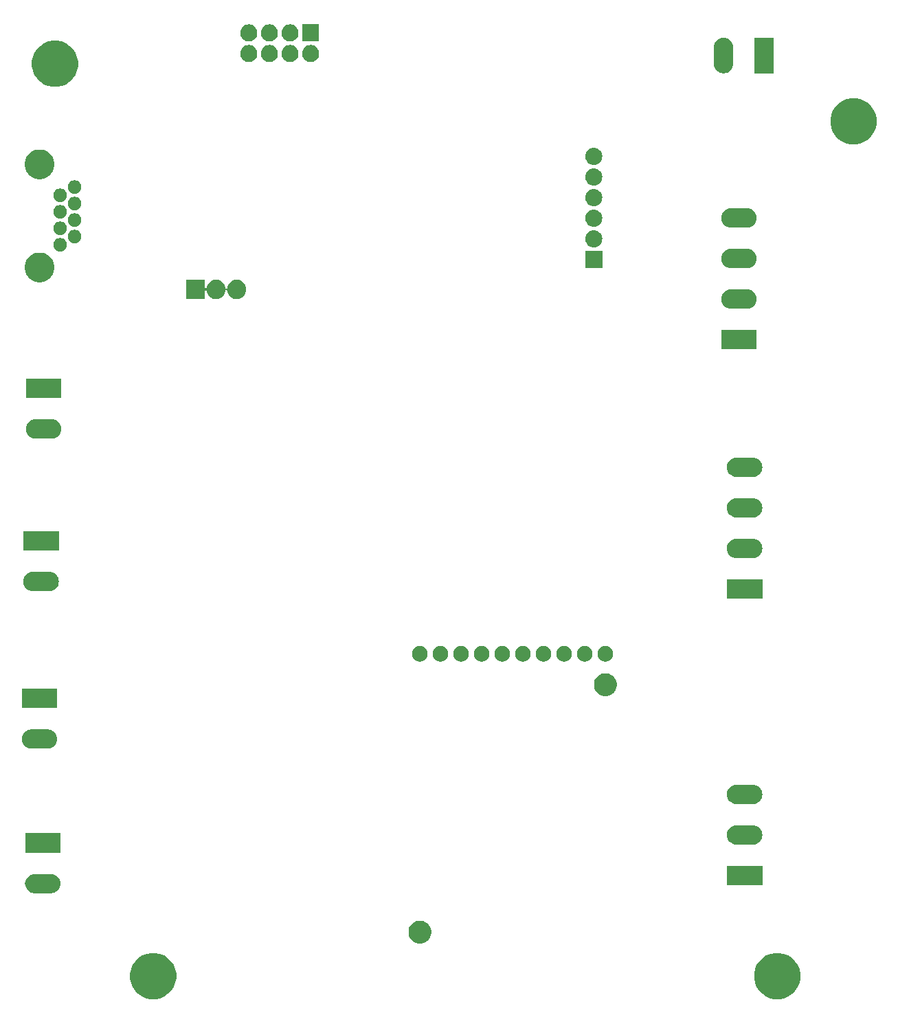
<source format=gbs>
G04 #@! TF.GenerationSoftware,KiCad,Pcbnew,5.0.1-33cea8e~66~ubuntu18.04.1*
G04 #@! TF.CreationDate,2018-10-17T12:33:42-04:00*
G04 #@! TF.ProjectId,BackPanel,4261636B50616E656C2E6B696361645F,rev?*
G04 #@! TF.SameCoordinates,Original*
G04 #@! TF.FileFunction,Soldermask,Bot*
G04 #@! TF.FilePolarity,Negative*
%FSLAX46Y46*%
G04 Gerber Fmt 4.6, Leading zero omitted, Abs format (unit mm)*
G04 Created by KiCad (PCBNEW 5.0.1-33cea8e~66~ubuntu18.04.1) date Wed 17 Oct 2018 12:33:42 PM EDT*
%MOMM*%
%LPD*%
G01*
G04 APERTURE LIST*
%ADD10C,0.100000*%
G04 APERTURE END LIST*
D10*
G36*
X187231312Y-144959523D02*
X187749982Y-145174363D01*
X188216772Y-145486262D01*
X188613738Y-145883228D01*
X188925637Y-146350018D01*
X189140477Y-146868688D01*
X189250000Y-147419298D01*
X189250000Y-147980702D01*
X189140477Y-148531312D01*
X188925637Y-149049982D01*
X188613738Y-149516772D01*
X188216772Y-149913738D01*
X187749982Y-150225637D01*
X187231312Y-150440477D01*
X186680702Y-150550000D01*
X186119298Y-150550000D01*
X185568688Y-150440477D01*
X185050018Y-150225637D01*
X184583228Y-149913738D01*
X184186262Y-149516772D01*
X183874363Y-149049982D01*
X183659523Y-148531312D01*
X183550000Y-147980702D01*
X183550000Y-147419298D01*
X183659523Y-146868688D01*
X183874363Y-146350018D01*
X184186262Y-145883228D01*
X184583228Y-145486262D01*
X185050018Y-145174363D01*
X185568688Y-144959523D01*
X186119298Y-144850000D01*
X186680702Y-144850000D01*
X187231312Y-144959523D01*
X187231312Y-144959523D01*
G37*
G36*
X110331312Y-144959523D02*
X110849982Y-145174363D01*
X111316772Y-145486262D01*
X111713738Y-145883228D01*
X112025637Y-146350018D01*
X112240477Y-146868688D01*
X112350000Y-147419298D01*
X112350000Y-147980702D01*
X112240477Y-148531312D01*
X112025637Y-149049982D01*
X111713738Y-149516772D01*
X111316772Y-149913738D01*
X110849982Y-150225637D01*
X110331312Y-150440477D01*
X109780702Y-150550000D01*
X109219298Y-150550000D01*
X108668688Y-150440477D01*
X108150018Y-150225637D01*
X107683228Y-149913738D01*
X107286262Y-149516772D01*
X106974363Y-149049982D01*
X106759523Y-148531312D01*
X106650000Y-147980702D01*
X106650000Y-147419298D01*
X106759523Y-146868688D01*
X106974363Y-146350018D01*
X107286262Y-145883228D01*
X107683228Y-145486262D01*
X108150018Y-145174363D01*
X108668688Y-144959523D01*
X109219298Y-144850000D01*
X109780702Y-144850000D01*
X110331312Y-144959523D01*
X110331312Y-144959523D01*
G37*
G36*
X142617221Y-140895120D02*
X142780261Y-140927551D01*
X143036227Y-141033576D01*
X143036228Y-141033577D01*
X143266594Y-141187502D01*
X143462498Y-141383406D01*
X143462500Y-141383409D01*
X143616424Y-141613773D01*
X143722449Y-141869739D01*
X143776500Y-142141472D01*
X143776500Y-142418528D01*
X143722449Y-142690261D01*
X143616424Y-142946227D01*
X143616423Y-142946228D01*
X143462498Y-143176594D01*
X143266594Y-143372498D01*
X143266591Y-143372500D01*
X143036227Y-143526424D01*
X142780261Y-143632449D01*
X142617221Y-143664880D01*
X142508530Y-143686500D01*
X142231470Y-143686500D01*
X142122779Y-143664880D01*
X141959739Y-143632449D01*
X141703773Y-143526424D01*
X141473409Y-143372500D01*
X141473406Y-143372498D01*
X141277502Y-143176594D01*
X141123577Y-142946228D01*
X141123576Y-142946227D01*
X141017551Y-142690261D01*
X140963500Y-142418528D01*
X140963500Y-142141472D01*
X141017551Y-141869739D01*
X141123576Y-141613773D01*
X141277500Y-141383409D01*
X141277502Y-141383406D01*
X141473406Y-141187502D01*
X141703772Y-141033577D01*
X141703773Y-141033576D01*
X141959739Y-140927551D01*
X142122779Y-140895120D01*
X142231470Y-140873500D01*
X142508530Y-140873500D01*
X142617221Y-140895120D01*
X142617221Y-140895120D01*
G37*
G36*
X96983418Y-135113444D02*
X97123281Y-135127219D01*
X97347596Y-135195265D01*
X97554327Y-135305764D01*
X97735528Y-135454472D01*
X97884236Y-135635673D01*
X97994735Y-135842404D01*
X98062781Y-136066719D01*
X98085757Y-136300000D01*
X98062781Y-136533281D01*
X97994735Y-136757596D01*
X97884236Y-136964327D01*
X97735528Y-137145528D01*
X97554327Y-137294236D01*
X97347596Y-137404735D01*
X97123281Y-137472781D01*
X96983418Y-137486556D01*
X96948453Y-137490000D01*
X94851547Y-137490000D01*
X94816582Y-137486556D01*
X94676719Y-137472781D01*
X94452404Y-137404735D01*
X94245673Y-137294236D01*
X94064472Y-137145528D01*
X93915764Y-136964327D01*
X93805265Y-136757596D01*
X93737219Y-136533281D01*
X93714243Y-136300000D01*
X93737219Y-136066719D01*
X93805265Y-135842404D01*
X93915764Y-135635673D01*
X94064472Y-135454472D01*
X94245673Y-135305764D01*
X94452404Y-135195265D01*
X94676719Y-135127219D01*
X94816582Y-135113444D01*
X94851547Y-135110000D01*
X96948453Y-135110000D01*
X96983418Y-135113444D01*
X96983418Y-135113444D01*
G37*
G36*
X184580000Y-136490000D02*
X180220000Y-136490000D01*
X180220000Y-134110000D01*
X184580000Y-134110000D01*
X184580000Y-136490000D01*
X184580000Y-136490000D01*
G37*
G36*
X98080000Y-132490000D02*
X93720000Y-132490000D01*
X93720000Y-130110000D01*
X98080000Y-130110000D01*
X98080000Y-132490000D01*
X98080000Y-132490000D01*
G37*
G36*
X183483418Y-129113444D02*
X183623281Y-129127219D01*
X183847596Y-129195265D01*
X184054327Y-129305764D01*
X184235528Y-129454472D01*
X184384236Y-129635673D01*
X184494735Y-129842404D01*
X184562781Y-130066719D01*
X184585757Y-130300000D01*
X184562781Y-130533281D01*
X184494735Y-130757596D01*
X184384236Y-130964327D01*
X184235528Y-131145528D01*
X184054327Y-131294236D01*
X183847596Y-131404735D01*
X183623281Y-131472781D01*
X183483418Y-131486556D01*
X183448453Y-131490000D01*
X181351547Y-131490000D01*
X181316582Y-131486556D01*
X181176719Y-131472781D01*
X180952404Y-131404735D01*
X180745673Y-131294236D01*
X180564472Y-131145528D01*
X180415764Y-130964327D01*
X180305265Y-130757596D01*
X180237219Y-130533281D01*
X180214243Y-130300000D01*
X180237219Y-130066719D01*
X180305265Y-129842404D01*
X180415764Y-129635673D01*
X180564472Y-129454472D01*
X180745673Y-129305764D01*
X180952404Y-129195265D01*
X181176719Y-129127219D01*
X181316582Y-129113444D01*
X181351547Y-129110000D01*
X183448453Y-129110000D01*
X183483418Y-129113444D01*
X183483418Y-129113444D01*
G37*
G36*
X183483418Y-124113444D02*
X183623281Y-124127219D01*
X183847596Y-124195265D01*
X184054327Y-124305764D01*
X184235528Y-124454472D01*
X184384236Y-124635673D01*
X184494735Y-124842404D01*
X184562781Y-125066719D01*
X184585757Y-125300000D01*
X184562781Y-125533281D01*
X184494735Y-125757596D01*
X184384236Y-125964327D01*
X184235528Y-126145528D01*
X184054327Y-126294236D01*
X183847596Y-126404735D01*
X183623281Y-126472781D01*
X183483418Y-126486556D01*
X183448453Y-126490000D01*
X181351547Y-126490000D01*
X181316582Y-126486556D01*
X181176719Y-126472781D01*
X180952404Y-126404735D01*
X180745673Y-126294236D01*
X180564472Y-126145528D01*
X180415764Y-125964327D01*
X180305265Y-125757596D01*
X180237219Y-125533281D01*
X180214243Y-125300000D01*
X180237219Y-125066719D01*
X180305265Y-124842404D01*
X180415764Y-124635673D01*
X180564472Y-124454472D01*
X180745673Y-124305764D01*
X180952404Y-124195265D01*
X181176719Y-124127219D01*
X181316582Y-124113444D01*
X181351547Y-124110000D01*
X183448453Y-124110000D01*
X183483418Y-124113444D01*
X183483418Y-124113444D01*
G37*
G36*
X96583418Y-117313444D02*
X96723281Y-117327219D01*
X96947596Y-117395265D01*
X97154327Y-117505764D01*
X97335528Y-117654472D01*
X97484236Y-117835673D01*
X97594735Y-118042404D01*
X97662781Y-118266719D01*
X97685757Y-118500000D01*
X97662781Y-118733281D01*
X97594735Y-118957596D01*
X97484236Y-119164327D01*
X97335528Y-119345528D01*
X97154327Y-119494236D01*
X96947596Y-119604735D01*
X96723281Y-119672781D01*
X96583418Y-119686556D01*
X96548453Y-119690000D01*
X94451547Y-119690000D01*
X94416582Y-119686556D01*
X94276719Y-119672781D01*
X94052404Y-119604735D01*
X93845673Y-119494236D01*
X93664472Y-119345528D01*
X93515764Y-119164327D01*
X93405265Y-118957596D01*
X93337219Y-118733281D01*
X93314243Y-118500000D01*
X93337219Y-118266719D01*
X93405265Y-118042404D01*
X93515764Y-117835673D01*
X93664472Y-117654472D01*
X93845673Y-117505764D01*
X94052404Y-117395265D01*
X94276719Y-117327219D01*
X94416582Y-117313444D01*
X94451547Y-117310000D01*
X96548453Y-117310000D01*
X96583418Y-117313444D01*
X96583418Y-117313444D01*
G37*
G36*
X97680000Y-114690000D02*
X93320000Y-114690000D01*
X93320000Y-112310000D01*
X97680000Y-112310000D01*
X97680000Y-114690000D01*
X97680000Y-114690000D01*
G37*
G36*
X165477221Y-110415120D02*
X165640261Y-110447551D01*
X165896227Y-110553576D01*
X165896228Y-110553577D01*
X166126594Y-110707502D01*
X166322498Y-110903406D01*
X166322500Y-110903409D01*
X166476424Y-111133773D01*
X166582449Y-111389739D01*
X166636500Y-111661472D01*
X166636500Y-111938528D01*
X166582449Y-112210261D01*
X166476424Y-112466227D01*
X166476423Y-112466228D01*
X166322498Y-112696594D01*
X166126594Y-112892498D01*
X166126591Y-112892500D01*
X165896227Y-113046424D01*
X165640261Y-113152449D01*
X165477221Y-113184880D01*
X165368530Y-113206500D01*
X165091470Y-113206500D01*
X164982779Y-113184880D01*
X164819739Y-113152449D01*
X164563773Y-113046424D01*
X164333409Y-112892500D01*
X164333406Y-112892498D01*
X164137502Y-112696594D01*
X163983577Y-112466228D01*
X163983576Y-112466227D01*
X163877551Y-112210261D01*
X163823500Y-111938528D01*
X163823500Y-111661472D01*
X163877551Y-111389739D01*
X163983576Y-111133773D01*
X164137500Y-110903409D01*
X164137502Y-110903406D01*
X164333406Y-110707502D01*
X164563772Y-110553577D01*
X164563773Y-110553576D01*
X164819739Y-110447551D01*
X164982779Y-110415120D01*
X165091470Y-110393500D01*
X165368530Y-110393500D01*
X165477221Y-110415120D01*
X165477221Y-110415120D01*
G37*
G36*
X157890603Y-107064968D02*
X157890606Y-107064969D01*
X157890605Y-107064969D01*
X158065678Y-107137486D01*
X158065679Y-107137487D01*
X158223241Y-107242767D01*
X158357233Y-107376759D01*
X158357234Y-107376761D01*
X158462514Y-107534322D01*
X158518603Y-107669734D01*
X158535032Y-107709397D01*
X158572000Y-107895250D01*
X158572000Y-108084750D01*
X158535032Y-108270603D01*
X158535031Y-108270605D01*
X158462514Y-108445678D01*
X158462513Y-108445679D01*
X158357233Y-108603241D01*
X158223241Y-108737233D01*
X158143923Y-108790232D01*
X158065678Y-108842514D01*
X157930266Y-108898603D01*
X157890603Y-108915032D01*
X157704750Y-108952000D01*
X157515250Y-108952000D01*
X157329397Y-108915032D01*
X157289734Y-108898603D01*
X157154322Y-108842514D01*
X157076077Y-108790232D01*
X156996759Y-108737233D01*
X156862767Y-108603241D01*
X156757487Y-108445679D01*
X156757486Y-108445678D01*
X156684969Y-108270605D01*
X156684968Y-108270603D01*
X156648000Y-108084750D01*
X156648000Y-107895250D01*
X156684968Y-107709397D01*
X156701397Y-107669734D01*
X156757486Y-107534322D01*
X156862766Y-107376761D01*
X156862767Y-107376759D01*
X156996759Y-107242767D01*
X157154321Y-107137487D01*
X157154322Y-107137486D01*
X157329395Y-107064969D01*
X157329394Y-107064969D01*
X157329397Y-107064968D01*
X157515250Y-107028000D01*
X157704750Y-107028000D01*
X157890603Y-107064968D01*
X157890603Y-107064968D01*
G37*
G36*
X160430603Y-107064968D02*
X160430606Y-107064969D01*
X160430605Y-107064969D01*
X160605678Y-107137486D01*
X160605679Y-107137487D01*
X160763241Y-107242767D01*
X160897233Y-107376759D01*
X160897234Y-107376761D01*
X161002514Y-107534322D01*
X161058603Y-107669734D01*
X161075032Y-107709397D01*
X161112000Y-107895250D01*
X161112000Y-108084750D01*
X161075032Y-108270603D01*
X161075031Y-108270605D01*
X161002514Y-108445678D01*
X161002513Y-108445679D01*
X160897233Y-108603241D01*
X160763241Y-108737233D01*
X160683923Y-108790232D01*
X160605678Y-108842514D01*
X160470266Y-108898603D01*
X160430603Y-108915032D01*
X160244750Y-108952000D01*
X160055250Y-108952000D01*
X159869397Y-108915032D01*
X159829734Y-108898603D01*
X159694322Y-108842514D01*
X159616077Y-108790232D01*
X159536759Y-108737233D01*
X159402767Y-108603241D01*
X159297487Y-108445679D01*
X159297486Y-108445678D01*
X159224969Y-108270605D01*
X159224968Y-108270603D01*
X159188000Y-108084750D01*
X159188000Y-107895250D01*
X159224968Y-107709397D01*
X159241397Y-107669734D01*
X159297486Y-107534322D01*
X159402766Y-107376761D01*
X159402767Y-107376759D01*
X159536759Y-107242767D01*
X159694321Y-107137487D01*
X159694322Y-107137486D01*
X159869395Y-107064969D01*
X159869394Y-107064969D01*
X159869397Y-107064968D01*
X160055250Y-107028000D01*
X160244750Y-107028000D01*
X160430603Y-107064968D01*
X160430603Y-107064968D01*
G37*
G36*
X162970603Y-107064968D02*
X162970606Y-107064969D01*
X162970605Y-107064969D01*
X163145678Y-107137486D01*
X163145679Y-107137487D01*
X163303241Y-107242767D01*
X163437233Y-107376759D01*
X163437234Y-107376761D01*
X163542514Y-107534322D01*
X163598603Y-107669734D01*
X163615032Y-107709397D01*
X163652000Y-107895250D01*
X163652000Y-108084750D01*
X163615032Y-108270603D01*
X163615031Y-108270605D01*
X163542514Y-108445678D01*
X163542513Y-108445679D01*
X163437233Y-108603241D01*
X163303241Y-108737233D01*
X163223923Y-108790232D01*
X163145678Y-108842514D01*
X163010266Y-108898603D01*
X162970603Y-108915032D01*
X162784750Y-108952000D01*
X162595250Y-108952000D01*
X162409397Y-108915032D01*
X162369734Y-108898603D01*
X162234322Y-108842514D01*
X162156077Y-108790232D01*
X162076759Y-108737233D01*
X161942767Y-108603241D01*
X161837487Y-108445679D01*
X161837486Y-108445678D01*
X161764969Y-108270605D01*
X161764968Y-108270603D01*
X161728000Y-108084750D01*
X161728000Y-107895250D01*
X161764968Y-107709397D01*
X161781397Y-107669734D01*
X161837486Y-107534322D01*
X161942766Y-107376761D01*
X161942767Y-107376759D01*
X162076759Y-107242767D01*
X162234321Y-107137487D01*
X162234322Y-107137486D01*
X162409395Y-107064969D01*
X162409394Y-107064969D01*
X162409397Y-107064968D01*
X162595250Y-107028000D01*
X162784750Y-107028000D01*
X162970603Y-107064968D01*
X162970603Y-107064968D01*
G37*
G36*
X165510603Y-107064968D02*
X165510606Y-107064969D01*
X165510605Y-107064969D01*
X165685678Y-107137486D01*
X165685679Y-107137487D01*
X165843241Y-107242767D01*
X165977233Y-107376759D01*
X165977234Y-107376761D01*
X166082514Y-107534322D01*
X166138603Y-107669734D01*
X166155032Y-107709397D01*
X166192000Y-107895250D01*
X166192000Y-108084750D01*
X166155032Y-108270603D01*
X166155031Y-108270605D01*
X166082514Y-108445678D01*
X166082513Y-108445679D01*
X165977233Y-108603241D01*
X165843241Y-108737233D01*
X165763923Y-108790232D01*
X165685678Y-108842514D01*
X165550266Y-108898603D01*
X165510603Y-108915032D01*
X165324750Y-108952000D01*
X165135250Y-108952000D01*
X164949397Y-108915032D01*
X164909734Y-108898603D01*
X164774322Y-108842514D01*
X164696077Y-108790232D01*
X164616759Y-108737233D01*
X164482767Y-108603241D01*
X164377487Y-108445679D01*
X164377486Y-108445678D01*
X164304969Y-108270605D01*
X164304968Y-108270603D01*
X164268000Y-108084750D01*
X164268000Y-107895250D01*
X164304968Y-107709397D01*
X164321397Y-107669734D01*
X164377486Y-107534322D01*
X164482766Y-107376761D01*
X164482767Y-107376759D01*
X164616759Y-107242767D01*
X164774321Y-107137487D01*
X164774322Y-107137486D01*
X164949395Y-107064969D01*
X164949394Y-107064969D01*
X164949397Y-107064968D01*
X165135250Y-107028000D01*
X165324750Y-107028000D01*
X165510603Y-107064968D01*
X165510603Y-107064968D01*
G37*
G36*
X155350603Y-107064968D02*
X155350606Y-107064969D01*
X155350605Y-107064969D01*
X155525678Y-107137486D01*
X155525679Y-107137487D01*
X155683241Y-107242767D01*
X155817233Y-107376759D01*
X155817234Y-107376761D01*
X155922514Y-107534322D01*
X155978603Y-107669734D01*
X155995032Y-107709397D01*
X156032000Y-107895250D01*
X156032000Y-108084750D01*
X155995032Y-108270603D01*
X155995031Y-108270605D01*
X155922514Y-108445678D01*
X155922513Y-108445679D01*
X155817233Y-108603241D01*
X155683241Y-108737233D01*
X155603923Y-108790232D01*
X155525678Y-108842514D01*
X155390266Y-108898603D01*
X155350603Y-108915032D01*
X155164750Y-108952000D01*
X154975250Y-108952000D01*
X154789397Y-108915032D01*
X154749734Y-108898603D01*
X154614322Y-108842514D01*
X154536077Y-108790232D01*
X154456759Y-108737233D01*
X154322767Y-108603241D01*
X154217487Y-108445679D01*
X154217486Y-108445678D01*
X154144969Y-108270605D01*
X154144968Y-108270603D01*
X154108000Y-108084750D01*
X154108000Y-107895250D01*
X154144968Y-107709397D01*
X154161397Y-107669734D01*
X154217486Y-107534322D01*
X154322766Y-107376761D01*
X154322767Y-107376759D01*
X154456759Y-107242767D01*
X154614321Y-107137487D01*
X154614322Y-107137486D01*
X154789395Y-107064969D01*
X154789394Y-107064969D01*
X154789397Y-107064968D01*
X154975250Y-107028000D01*
X155164750Y-107028000D01*
X155350603Y-107064968D01*
X155350603Y-107064968D01*
G37*
G36*
X150270603Y-107064968D02*
X150270606Y-107064969D01*
X150270605Y-107064969D01*
X150445678Y-107137486D01*
X150445679Y-107137487D01*
X150603241Y-107242767D01*
X150737233Y-107376759D01*
X150737234Y-107376761D01*
X150842514Y-107534322D01*
X150898603Y-107669734D01*
X150915032Y-107709397D01*
X150952000Y-107895250D01*
X150952000Y-108084750D01*
X150915032Y-108270603D01*
X150915031Y-108270605D01*
X150842514Y-108445678D01*
X150842513Y-108445679D01*
X150737233Y-108603241D01*
X150603241Y-108737233D01*
X150523923Y-108790232D01*
X150445678Y-108842514D01*
X150310266Y-108898603D01*
X150270603Y-108915032D01*
X150084750Y-108952000D01*
X149895250Y-108952000D01*
X149709397Y-108915032D01*
X149669734Y-108898603D01*
X149534322Y-108842514D01*
X149456077Y-108790232D01*
X149376759Y-108737233D01*
X149242767Y-108603241D01*
X149137487Y-108445679D01*
X149137486Y-108445678D01*
X149064969Y-108270605D01*
X149064968Y-108270603D01*
X149028000Y-108084750D01*
X149028000Y-107895250D01*
X149064968Y-107709397D01*
X149081397Y-107669734D01*
X149137486Y-107534322D01*
X149242766Y-107376761D01*
X149242767Y-107376759D01*
X149376759Y-107242767D01*
X149534321Y-107137487D01*
X149534322Y-107137486D01*
X149709395Y-107064969D01*
X149709394Y-107064969D01*
X149709397Y-107064968D01*
X149895250Y-107028000D01*
X150084750Y-107028000D01*
X150270603Y-107064968D01*
X150270603Y-107064968D01*
G37*
G36*
X147730603Y-107064968D02*
X147730606Y-107064969D01*
X147730605Y-107064969D01*
X147905678Y-107137486D01*
X147905679Y-107137487D01*
X148063241Y-107242767D01*
X148197233Y-107376759D01*
X148197234Y-107376761D01*
X148302514Y-107534322D01*
X148358603Y-107669734D01*
X148375032Y-107709397D01*
X148412000Y-107895250D01*
X148412000Y-108084750D01*
X148375032Y-108270603D01*
X148375031Y-108270605D01*
X148302514Y-108445678D01*
X148302513Y-108445679D01*
X148197233Y-108603241D01*
X148063241Y-108737233D01*
X147983923Y-108790232D01*
X147905678Y-108842514D01*
X147770266Y-108898603D01*
X147730603Y-108915032D01*
X147544750Y-108952000D01*
X147355250Y-108952000D01*
X147169397Y-108915032D01*
X147129734Y-108898603D01*
X146994322Y-108842514D01*
X146916077Y-108790232D01*
X146836759Y-108737233D01*
X146702767Y-108603241D01*
X146597487Y-108445679D01*
X146597486Y-108445678D01*
X146524969Y-108270605D01*
X146524968Y-108270603D01*
X146488000Y-108084750D01*
X146488000Y-107895250D01*
X146524968Y-107709397D01*
X146541397Y-107669734D01*
X146597486Y-107534322D01*
X146702766Y-107376761D01*
X146702767Y-107376759D01*
X146836759Y-107242767D01*
X146994321Y-107137487D01*
X146994322Y-107137486D01*
X147169395Y-107064969D01*
X147169394Y-107064969D01*
X147169397Y-107064968D01*
X147355250Y-107028000D01*
X147544750Y-107028000D01*
X147730603Y-107064968D01*
X147730603Y-107064968D01*
G37*
G36*
X142650603Y-107064968D02*
X142650606Y-107064969D01*
X142650605Y-107064969D01*
X142825678Y-107137486D01*
X142825679Y-107137487D01*
X142983241Y-107242767D01*
X143117233Y-107376759D01*
X143117234Y-107376761D01*
X143222514Y-107534322D01*
X143278603Y-107669734D01*
X143295032Y-107709397D01*
X143332000Y-107895250D01*
X143332000Y-108084750D01*
X143295032Y-108270603D01*
X143295031Y-108270605D01*
X143222514Y-108445678D01*
X143222513Y-108445679D01*
X143117233Y-108603241D01*
X142983241Y-108737233D01*
X142903923Y-108790232D01*
X142825678Y-108842514D01*
X142690266Y-108898603D01*
X142650603Y-108915032D01*
X142464750Y-108952000D01*
X142275250Y-108952000D01*
X142089397Y-108915032D01*
X142049734Y-108898603D01*
X141914322Y-108842514D01*
X141836077Y-108790232D01*
X141756759Y-108737233D01*
X141622767Y-108603241D01*
X141517487Y-108445679D01*
X141517486Y-108445678D01*
X141444969Y-108270605D01*
X141444968Y-108270603D01*
X141408000Y-108084750D01*
X141408000Y-107895250D01*
X141444968Y-107709397D01*
X141461397Y-107669734D01*
X141517486Y-107534322D01*
X141622766Y-107376761D01*
X141622767Y-107376759D01*
X141756759Y-107242767D01*
X141914321Y-107137487D01*
X141914322Y-107137486D01*
X142089395Y-107064969D01*
X142089394Y-107064969D01*
X142089397Y-107064968D01*
X142275250Y-107028000D01*
X142464750Y-107028000D01*
X142650603Y-107064968D01*
X142650603Y-107064968D01*
G37*
G36*
X145190603Y-107064968D02*
X145190606Y-107064969D01*
X145190605Y-107064969D01*
X145365678Y-107137486D01*
X145365679Y-107137487D01*
X145523241Y-107242767D01*
X145657233Y-107376759D01*
X145657234Y-107376761D01*
X145762514Y-107534322D01*
X145818603Y-107669734D01*
X145835032Y-107709397D01*
X145872000Y-107895250D01*
X145872000Y-108084750D01*
X145835032Y-108270603D01*
X145835031Y-108270605D01*
X145762514Y-108445678D01*
X145762513Y-108445679D01*
X145657233Y-108603241D01*
X145523241Y-108737233D01*
X145443923Y-108790232D01*
X145365678Y-108842514D01*
X145230266Y-108898603D01*
X145190603Y-108915032D01*
X145004750Y-108952000D01*
X144815250Y-108952000D01*
X144629397Y-108915032D01*
X144589734Y-108898603D01*
X144454322Y-108842514D01*
X144376077Y-108790232D01*
X144296759Y-108737233D01*
X144162767Y-108603241D01*
X144057487Y-108445679D01*
X144057486Y-108445678D01*
X143984969Y-108270605D01*
X143984968Y-108270603D01*
X143948000Y-108084750D01*
X143948000Y-107895250D01*
X143984968Y-107709397D01*
X144001397Y-107669734D01*
X144057486Y-107534322D01*
X144162766Y-107376761D01*
X144162767Y-107376759D01*
X144296759Y-107242767D01*
X144454321Y-107137487D01*
X144454322Y-107137486D01*
X144629395Y-107064969D01*
X144629394Y-107064969D01*
X144629397Y-107064968D01*
X144815250Y-107028000D01*
X145004750Y-107028000D01*
X145190603Y-107064968D01*
X145190603Y-107064968D01*
G37*
G36*
X152810603Y-107064968D02*
X152810606Y-107064969D01*
X152810605Y-107064969D01*
X152985678Y-107137486D01*
X152985679Y-107137487D01*
X153143241Y-107242767D01*
X153277233Y-107376759D01*
X153277234Y-107376761D01*
X153382514Y-107534322D01*
X153438603Y-107669734D01*
X153455032Y-107709397D01*
X153492000Y-107895250D01*
X153492000Y-108084750D01*
X153455032Y-108270603D01*
X153455031Y-108270605D01*
X153382514Y-108445678D01*
X153382513Y-108445679D01*
X153277233Y-108603241D01*
X153143241Y-108737233D01*
X153063923Y-108790232D01*
X152985678Y-108842514D01*
X152850266Y-108898603D01*
X152810603Y-108915032D01*
X152624750Y-108952000D01*
X152435250Y-108952000D01*
X152249397Y-108915032D01*
X152209734Y-108898603D01*
X152074322Y-108842514D01*
X151996077Y-108790232D01*
X151916759Y-108737233D01*
X151782767Y-108603241D01*
X151677487Y-108445679D01*
X151677486Y-108445678D01*
X151604969Y-108270605D01*
X151604968Y-108270603D01*
X151568000Y-108084750D01*
X151568000Y-107895250D01*
X151604968Y-107709397D01*
X151621397Y-107669734D01*
X151677486Y-107534322D01*
X151782766Y-107376761D01*
X151782767Y-107376759D01*
X151916759Y-107242767D01*
X152074321Y-107137487D01*
X152074322Y-107137486D01*
X152249395Y-107064969D01*
X152249394Y-107064969D01*
X152249397Y-107064968D01*
X152435250Y-107028000D01*
X152624750Y-107028000D01*
X152810603Y-107064968D01*
X152810603Y-107064968D01*
G37*
G36*
X184580000Y-101190000D02*
X180220000Y-101190000D01*
X180220000Y-98810000D01*
X184580000Y-98810000D01*
X184580000Y-101190000D01*
X184580000Y-101190000D01*
G37*
G36*
X96783418Y-97913444D02*
X96923281Y-97927219D01*
X97147596Y-97995265D01*
X97354327Y-98105764D01*
X97535528Y-98254472D01*
X97684236Y-98435673D01*
X97794735Y-98642404D01*
X97862781Y-98866719D01*
X97885757Y-99100000D01*
X97862781Y-99333281D01*
X97794735Y-99557596D01*
X97684236Y-99764327D01*
X97535528Y-99945528D01*
X97354327Y-100094236D01*
X97147596Y-100204735D01*
X96923281Y-100272781D01*
X96783418Y-100286556D01*
X96748453Y-100290000D01*
X94651547Y-100290000D01*
X94616582Y-100286556D01*
X94476719Y-100272781D01*
X94252404Y-100204735D01*
X94045673Y-100094236D01*
X93864472Y-99945528D01*
X93715764Y-99764327D01*
X93605265Y-99557596D01*
X93537219Y-99333281D01*
X93514243Y-99100000D01*
X93537219Y-98866719D01*
X93605265Y-98642404D01*
X93715764Y-98435673D01*
X93864472Y-98254472D01*
X94045673Y-98105764D01*
X94252404Y-97995265D01*
X94476719Y-97927219D01*
X94616582Y-97913444D01*
X94651547Y-97910000D01*
X96748453Y-97910000D01*
X96783418Y-97913444D01*
X96783418Y-97913444D01*
G37*
G36*
X183483418Y-93813444D02*
X183623281Y-93827219D01*
X183847596Y-93895265D01*
X184054327Y-94005764D01*
X184235528Y-94154472D01*
X184384236Y-94335673D01*
X184494735Y-94542404D01*
X184562781Y-94766719D01*
X184585757Y-95000000D01*
X184562781Y-95233281D01*
X184494735Y-95457596D01*
X184384236Y-95664327D01*
X184235528Y-95845528D01*
X184054327Y-95994236D01*
X183847596Y-96104735D01*
X183623281Y-96172781D01*
X183483418Y-96186556D01*
X183448453Y-96190000D01*
X181351547Y-96190000D01*
X181316582Y-96186556D01*
X181176719Y-96172781D01*
X180952404Y-96104735D01*
X180745673Y-95994236D01*
X180564472Y-95845528D01*
X180415764Y-95664327D01*
X180305265Y-95457596D01*
X180237219Y-95233281D01*
X180214243Y-95000000D01*
X180237219Y-94766719D01*
X180305265Y-94542404D01*
X180415764Y-94335673D01*
X180564472Y-94154472D01*
X180745673Y-94005764D01*
X180952404Y-93895265D01*
X181176719Y-93827219D01*
X181316582Y-93813444D01*
X181351547Y-93810000D01*
X183448453Y-93810000D01*
X183483418Y-93813444D01*
X183483418Y-93813444D01*
G37*
G36*
X97880000Y-95290000D02*
X93520000Y-95290000D01*
X93520000Y-92910000D01*
X97880000Y-92910000D01*
X97880000Y-95290000D01*
X97880000Y-95290000D01*
G37*
G36*
X183483418Y-88813444D02*
X183623281Y-88827219D01*
X183847596Y-88895265D01*
X184054327Y-89005764D01*
X184235528Y-89154472D01*
X184384236Y-89335673D01*
X184494735Y-89542404D01*
X184562781Y-89766719D01*
X184585757Y-90000000D01*
X184562781Y-90233281D01*
X184494735Y-90457596D01*
X184384236Y-90664327D01*
X184235528Y-90845528D01*
X184054327Y-90994236D01*
X183847596Y-91104735D01*
X183623281Y-91172781D01*
X183483418Y-91186556D01*
X183448453Y-91190000D01*
X181351547Y-91190000D01*
X181316582Y-91186556D01*
X181176719Y-91172781D01*
X180952404Y-91104735D01*
X180745673Y-90994236D01*
X180564472Y-90845528D01*
X180415764Y-90664327D01*
X180305265Y-90457596D01*
X180237219Y-90233281D01*
X180214243Y-90000000D01*
X180237219Y-89766719D01*
X180305265Y-89542404D01*
X180415764Y-89335673D01*
X180564472Y-89154472D01*
X180745673Y-89005764D01*
X180952404Y-88895265D01*
X181176719Y-88827219D01*
X181316582Y-88813444D01*
X181351547Y-88810000D01*
X183448453Y-88810000D01*
X183483418Y-88813444D01*
X183483418Y-88813444D01*
G37*
G36*
X183483418Y-83813444D02*
X183623281Y-83827219D01*
X183847596Y-83895265D01*
X184054327Y-84005764D01*
X184235528Y-84154472D01*
X184384236Y-84335673D01*
X184494735Y-84542404D01*
X184562781Y-84766719D01*
X184585757Y-85000000D01*
X184562781Y-85233281D01*
X184494735Y-85457596D01*
X184384236Y-85664327D01*
X184235528Y-85845528D01*
X184054327Y-85994236D01*
X183847596Y-86104735D01*
X183623281Y-86172781D01*
X183483418Y-86186556D01*
X183448453Y-86190000D01*
X181351547Y-86190000D01*
X181316582Y-86186556D01*
X181176719Y-86172781D01*
X180952404Y-86104735D01*
X180745673Y-85994236D01*
X180564472Y-85845528D01*
X180415764Y-85664327D01*
X180305265Y-85457596D01*
X180237219Y-85233281D01*
X180214243Y-85000000D01*
X180237219Y-84766719D01*
X180305265Y-84542404D01*
X180415764Y-84335673D01*
X180564472Y-84154472D01*
X180745673Y-84005764D01*
X180952404Y-83895265D01*
X181176719Y-83827219D01*
X181316582Y-83813444D01*
X181351547Y-83810000D01*
X183448453Y-83810000D01*
X183483418Y-83813444D01*
X183483418Y-83813444D01*
G37*
G36*
X97083418Y-79113444D02*
X97223281Y-79127219D01*
X97447596Y-79195265D01*
X97654327Y-79305764D01*
X97835528Y-79454472D01*
X97984236Y-79635673D01*
X98094735Y-79842404D01*
X98162781Y-80066719D01*
X98185757Y-80300000D01*
X98162781Y-80533281D01*
X98094735Y-80757596D01*
X97984236Y-80964327D01*
X97835528Y-81145528D01*
X97654327Y-81294236D01*
X97447596Y-81404735D01*
X97223281Y-81472781D01*
X97083418Y-81486556D01*
X97048453Y-81490000D01*
X94951547Y-81490000D01*
X94916582Y-81486556D01*
X94776719Y-81472781D01*
X94552404Y-81404735D01*
X94345673Y-81294236D01*
X94164472Y-81145528D01*
X94015764Y-80964327D01*
X93905265Y-80757596D01*
X93837219Y-80533281D01*
X93814243Y-80300000D01*
X93837219Y-80066719D01*
X93905265Y-79842404D01*
X94015764Y-79635673D01*
X94164472Y-79454472D01*
X94345673Y-79305764D01*
X94552404Y-79195265D01*
X94776719Y-79127219D01*
X94916582Y-79113444D01*
X94951547Y-79110000D01*
X97048453Y-79110000D01*
X97083418Y-79113444D01*
X97083418Y-79113444D01*
G37*
G36*
X98180000Y-76490000D02*
X93820000Y-76490000D01*
X93820000Y-74110000D01*
X98180000Y-74110000D01*
X98180000Y-76490000D01*
X98180000Y-76490000D01*
G37*
G36*
X183880000Y-70490000D02*
X179520000Y-70490000D01*
X179520000Y-68110000D01*
X183880000Y-68110000D01*
X183880000Y-70490000D01*
X183880000Y-70490000D01*
G37*
G36*
X182783418Y-63113444D02*
X182923281Y-63127219D01*
X183147596Y-63195265D01*
X183354327Y-63305764D01*
X183535528Y-63454472D01*
X183684236Y-63635673D01*
X183794735Y-63842404D01*
X183862781Y-64066719D01*
X183885757Y-64300000D01*
X183862781Y-64533281D01*
X183794735Y-64757596D01*
X183684236Y-64964327D01*
X183535528Y-65145528D01*
X183354327Y-65294236D01*
X183147596Y-65404735D01*
X182923281Y-65472781D01*
X182783418Y-65486556D01*
X182748453Y-65490000D01*
X180651547Y-65490000D01*
X180616582Y-65486556D01*
X180476719Y-65472781D01*
X180252404Y-65404735D01*
X180045673Y-65294236D01*
X179864472Y-65145528D01*
X179715764Y-64964327D01*
X179605265Y-64757596D01*
X179537219Y-64533281D01*
X179514243Y-64300000D01*
X179537219Y-64066719D01*
X179605265Y-63842404D01*
X179715764Y-63635673D01*
X179864472Y-63454472D01*
X180045673Y-63305764D01*
X180252404Y-63195265D01*
X180476719Y-63127219D01*
X180616582Y-63113444D01*
X180651547Y-63110000D01*
X182748453Y-63110000D01*
X182783418Y-63113444D01*
X182783418Y-63113444D01*
G37*
G36*
X120005928Y-61916676D02*
X120114552Y-61949627D01*
X120223176Y-61982577D01*
X120400493Y-62077355D01*
X120423392Y-62089595D01*
X120481889Y-62137602D01*
X120598887Y-62233619D01*
X120742904Y-62409105D01*
X120849923Y-62609323D01*
X120915824Y-62826572D01*
X120932500Y-62995884D01*
X120932500Y-63204115D01*
X120927969Y-63250117D01*
X120915824Y-63373428D01*
X120891240Y-63454472D01*
X120849923Y-63590676D01*
X120755145Y-63767993D01*
X120742905Y-63790892D01*
X120742904Y-63790893D01*
X120598881Y-63966387D01*
X120423395Y-64110404D01*
X120223177Y-64217423D01*
X120114552Y-64250374D01*
X120005929Y-64283324D01*
X119780000Y-64305576D01*
X119554072Y-64283324D01*
X119445448Y-64250373D01*
X119336824Y-64217423D01*
X119136606Y-64110404D01*
X118961117Y-63966384D01*
X118817096Y-63790894D01*
X118817095Y-63790892D01*
X118734127Y-63635671D01*
X118710077Y-63590677D01*
X118644176Y-63373428D01*
X118634398Y-63274151D01*
X118629617Y-63250117D01*
X118620240Y-63227478D01*
X118606626Y-63207104D01*
X118589299Y-63189777D01*
X118568924Y-63176163D01*
X118546285Y-63166785D01*
X118522252Y-63162005D01*
X118497748Y-63162005D01*
X118473714Y-63166786D01*
X118451075Y-63176163D01*
X118430701Y-63189777D01*
X118413374Y-63207104D01*
X118399760Y-63227479D01*
X118390382Y-63250118D01*
X118385602Y-63274151D01*
X118375824Y-63373428D01*
X118351240Y-63454472D01*
X118309923Y-63590676D01*
X118215145Y-63767993D01*
X118202905Y-63790892D01*
X118202904Y-63790893D01*
X118058881Y-63966387D01*
X117883395Y-64110404D01*
X117683177Y-64217423D01*
X117574552Y-64250374D01*
X117465929Y-64283324D01*
X117240000Y-64305576D01*
X117014072Y-64283324D01*
X116905448Y-64250373D01*
X116796824Y-64217423D01*
X116596606Y-64110404D01*
X116421117Y-63966384D01*
X116277096Y-63790894D01*
X116277095Y-63790892D01*
X116194127Y-63635671D01*
X116170077Y-63590677D01*
X116104176Y-63373428D01*
X116101898Y-63350299D01*
X116097117Y-63326265D01*
X116087740Y-63303626D01*
X116074126Y-63283252D01*
X116056799Y-63265925D01*
X116036424Y-63252311D01*
X116013785Y-63242933D01*
X115989752Y-63238153D01*
X115965248Y-63238153D01*
X115941214Y-63242934D01*
X115918575Y-63252311D01*
X115898201Y-63265925D01*
X115880874Y-63283252D01*
X115867260Y-63303627D01*
X115857882Y-63326266D01*
X115852500Y-63362551D01*
X115852500Y-64300000D01*
X113547500Y-64300000D01*
X113547500Y-61900000D01*
X115852500Y-61900000D01*
X115852500Y-62837450D01*
X115854902Y-62861836D01*
X115862015Y-62885285D01*
X115873566Y-62906896D01*
X115889112Y-62925838D01*
X115908054Y-62941384D01*
X115929665Y-62952935D01*
X115953114Y-62960048D01*
X115977500Y-62962450D01*
X116001886Y-62960048D01*
X116025335Y-62952935D01*
X116046946Y-62941384D01*
X116065888Y-62925838D01*
X116081434Y-62906896D01*
X116092985Y-62885285D01*
X116101898Y-62849702D01*
X116104176Y-62826573D01*
X116104177Y-62826571D01*
X116170077Y-62609325D01*
X116170077Y-62609324D01*
X116277094Y-62409110D01*
X116277095Y-62409108D01*
X116325102Y-62350611D01*
X116421119Y-62233613D01*
X116596605Y-62089596D01*
X116796823Y-61982577D01*
X116905447Y-61949627D01*
X117014071Y-61916676D01*
X117240000Y-61894424D01*
X117465928Y-61916676D01*
X117574552Y-61949627D01*
X117683176Y-61982577D01*
X117860493Y-62077355D01*
X117883392Y-62089595D01*
X117941889Y-62137602D01*
X118058887Y-62233619D01*
X118202904Y-62409105D01*
X118309923Y-62609323D01*
X118375824Y-62826572D01*
X118385602Y-62925849D01*
X118390383Y-62949883D01*
X118399760Y-62972522D01*
X118413374Y-62992896D01*
X118430701Y-63010223D01*
X118451076Y-63023837D01*
X118473715Y-63033215D01*
X118497748Y-63037995D01*
X118522252Y-63037995D01*
X118546286Y-63033214D01*
X118568925Y-63023837D01*
X118589299Y-63010223D01*
X118606626Y-62992896D01*
X118620240Y-62972521D01*
X118629618Y-62949882D01*
X118634398Y-62925849D01*
X118644176Y-62826573D01*
X118644177Y-62826571D01*
X118710077Y-62609325D01*
X118710077Y-62609324D01*
X118817094Y-62409110D01*
X118817095Y-62409108D01*
X118865102Y-62350611D01*
X118961119Y-62233613D01*
X119136605Y-62089596D01*
X119336823Y-61982577D01*
X119445447Y-61949627D01*
X119554071Y-61916676D01*
X119780000Y-61894424D01*
X120005928Y-61916676D01*
X120005928Y-61916676D01*
G37*
G36*
X95856040Y-58610067D02*
X96032333Y-58645134D01*
X96364461Y-58782706D01*
X96453802Y-58842402D01*
X96663372Y-58982432D01*
X96917568Y-59236628D01*
X96917570Y-59236631D01*
X97117294Y-59535539D01*
X97254866Y-59867667D01*
X97325000Y-60220253D01*
X97325000Y-60579747D01*
X97254866Y-60932333D01*
X97117294Y-61264461D01*
X96918915Y-61561356D01*
X96917568Y-61563372D01*
X96663372Y-61817568D01*
X96663369Y-61817570D01*
X96364461Y-62017294D01*
X96032333Y-62154866D01*
X95856040Y-62189933D01*
X95679748Y-62225000D01*
X95320252Y-62225000D01*
X95143960Y-62189933D01*
X94967667Y-62154866D01*
X94635539Y-62017294D01*
X94336631Y-61817570D01*
X94336628Y-61817568D01*
X94082432Y-61563372D01*
X94081085Y-61561356D01*
X93882706Y-61264461D01*
X93745134Y-60932333D01*
X93675000Y-60579747D01*
X93675000Y-60220253D01*
X93745134Y-59867667D01*
X93882706Y-59535539D01*
X94082430Y-59236631D01*
X94082432Y-59236628D01*
X94336628Y-58982432D01*
X94546198Y-58842402D01*
X94635539Y-58782706D01*
X94967667Y-58645134D01*
X95143960Y-58610067D01*
X95320252Y-58575000D01*
X95679748Y-58575000D01*
X95856040Y-58610067D01*
X95856040Y-58610067D01*
G37*
G36*
X182783418Y-58113444D02*
X182923281Y-58127219D01*
X183147596Y-58195265D01*
X183354327Y-58305764D01*
X183535528Y-58454472D01*
X183684236Y-58635673D01*
X183794735Y-58842404D01*
X183862781Y-59066719D01*
X183885757Y-59300000D01*
X183862781Y-59533281D01*
X183794735Y-59757596D01*
X183684236Y-59964327D01*
X183535528Y-60145528D01*
X183354327Y-60294236D01*
X183147596Y-60404735D01*
X182923281Y-60472781D01*
X182783418Y-60486556D01*
X182748453Y-60490000D01*
X180651547Y-60490000D01*
X180616582Y-60486556D01*
X180476719Y-60472781D01*
X180252404Y-60404735D01*
X180045673Y-60294236D01*
X179864472Y-60145528D01*
X179715764Y-59964327D01*
X179605265Y-59757596D01*
X179537219Y-59533281D01*
X179514243Y-59300000D01*
X179537219Y-59066719D01*
X179605265Y-58842404D01*
X179715764Y-58635673D01*
X179864472Y-58454472D01*
X180045673Y-58305764D01*
X180252404Y-58195265D01*
X180476719Y-58127219D01*
X180616582Y-58113444D01*
X180651547Y-58110000D01*
X182748453Y-58110000D01*
X182783418Y-58113444D01*
X182783418Y-58113444D01*
G37*
G36*
X164850000Y-60450000D02*
X162750000Y-60450000D01*
X162750000Y-58350000D01*
X164850000Y-58350000D01*
X164850000Y-60450000D01*
X164850000Y-60450000D01*
G37*
G36*
X98283558Y-56803088D02*
X98435522Y-56866033D01*
X98572284Y-56957415D01*
X98688585Y-57073716D01*
X98779967Y-57210478D01*
X98842912Y-57362442D01*
X98875000Y-57523758D01*
X98875000Y-57688242D01*
X98842912Y-57849558D01*
X98779967Y-58001522D01*
X98688585Y-58138284D01*
X98572284Y-58254585D01*
X98435522Y-58345967D01*
X98283558Y-58408912D01*
X98122242Y-58441000D01*
X97957758Y-58441000D01*
X97796442Y-58408912D01*
X97644478Y-58345967D01*
X97507716Y-58254585D01*
X97391415Y-58138284D01*
X97300033Y-58001522D01*
X97237088Y-57849558D01*
X97205000Y-57688242D01*
X97205000Y-57523758D01*
X97237088Y-57362442D01*
X97300033Y-57210478D01*
X97391415Y-57073716D01*
X97507716Y-56957415D01*
X97644478Y-56866033D01*
X97796442Y-56803088D01*
X97957758Y-56771000D01*
X98122242Y-56771000D01*
X98283558Y-56803088D01*
X98283558Y-56803088D01*
G37*
G36*
X163928316Y-55817558D02*
X164005836Y-55825193D01*
X164137787Y-55865220D01*
X164203763Y-55885233D01*
X164386172Y-55982733D01*
X164546054Y-56113946D01*
X164677267Y-56273828D01*
X164774767Y-56456237D01*
X164774767Y-56456238D01*
X164834807Y-56654164D01*
X164855080Y-56860000D01*
X164834807Y-57065836D01*
X164794780Y-57197787D01*
X164774767Y-57263763D01*
X164677267Y-57446172D01*
X164546054Y-57606054D01*
X164386172Y-57737267D01*
X164203763Y-57834767D01*
X164154996Y-57849560D01*
X164005836Y-57894807D01*
X163928707Y-57902403D01*
X163851580Y-57910000D01*
X163748420Y-57910000D01*
X163671293Y-57902403D01*
X163594164Y-57894807D01*
X163445004Y-57849560D01*
X163396237Y-57834767D01*
X163213828Y-57737267D01*
X163053946Y-57606054D01*
X162922733Y-57446172D01*
X162825233Y-57263763D01*
X162805220Y-57197787D01*
X162765193Y-57065836D01*
X162744920Y-56860000D01*
X162765193Y-56654164D01*
X162825233Y-56456238D01*
X162825233Y-56456237D01*
X162922733Y-56273828D01*
X163053946Y-56113946D01*
X163213828Y-55982733D01*
X163396237Y-55885233D01*
X163462213Y-55865220D01*
X163594164Y-55825193D01*
X163671684Y-55817558D01*
X163748420Y-55810000D01*
X163851580Y-55810000D01*
X163928316Y-55817558D01*
X163928316Y-55817558D01*
G37*
G36*
X100061558Y-55787088D02*
X100213522Y-55850033D01*
X100350284Y-55941415D01*
X100466585Y-56057716D01*
X100557967Y-56194478D01*
X100620912Y-56346442D01*
X100653000Y-56507758D01*
X100653000Y-56672242D01*
X100620912Y-56833558D01*
X100557967Y-56985522D01*
X100466585Y-57122284D01*
X100350284Y-57238585D01*
X100213522Y-57329967D01*
X100061558Y-57392912D01*
X99900242Y-57425000D01*
X99735758Y-57425000D01*
X99574442Y-57392912D01*
X99422478Y-57329967D01*
X99285716Y-57238585D01*
X99169415Y-57122284D01*
X99078033Y-56985522D01*
X99015088Y-56833558D01*
X98983000Y-56672242D01*
X98983000Y-56507758D01*
X99015088Y-56346442D01*
X99078033Y-56194478D01*
X99169415Y-56057716D01*
X99285716Y-55941415D01*
X99422478Y-55850033D01*
X99574442Y-55787088D01*
X99735758Y-55755000D01*
X99900242Y-55755000D01*
X100061558Y-55787088D01*
X100061558Y-55787088D01*
G37*
G36*
X98283558Y-54771088D02*
X98435522Y-54834033D01*
X98572284Y-54925415D01*
X98688585Y-55041716D01*
X98779967Y-55178478D01*
X98842912Y-55330442D01*
X98875000Y-55491758D01*
X98875000Y-55656242D01*
X98842912Y-55817558D01*
X98779967Y-55969522D01*
X98688585Y-56106284D01*
X98572284Y-56222585D01*
X98435522Y-56313967D01*
X98283558Y-56376912D01*
X98122242Y-56409000D01*
X97957758Y-56409000D01*
X97796442Y-56376912D01*
X97644478Y-56313967D01*
X97507716Y-56222585D01*
X97391415Y-56106284D01*
X97300033Y-55969522D01*
X97237088Y-55817558D01*
X97205000Y-55656242D01*
X97205000Y-55491758D01*
X97237088Y-55330442D01*
X97300033Y-55178478D01*
X97391415Y-55041716D01*
X97507716Y-54925415D01*
X97644478Y-54834033D01*
X97796442Y-54771088D01*
X97957758Y-54739000D01*
X98122242Y-54739000D01*
X98283558Y-54771088D01*
X98283558Y-54771088D01*
G37*
G36*
X182783418Y-53113444D02*
X182923281Y-53127219D01*
X183147596Y-53195265D01*
X183354327Y-53305764D01*
X183535528Y-53454472D01*
X183684236Y-53635673D01*
X183794735Y-53842404D01*
X183862781Y-54066719D01*
X183885757Y-54300000D01*
X183862781Y-54533281D01*
X183794735Y-54757596D01*
X183684236Y-54964327D01*
X183535528Y-55145528D01*
X183354327Y-55294236D01*
X183147596Y-55404735D01*
X182923281Y-55472781D01*
X182783418Y-55486556D01*
X182748453Y-55490000D01*
X180651547Y-55490000D01*
X180616582Y-55486556D01*
X180476719Y-55472781D01*
X180252404Y-55404735D01*
X180045673Y-55294236D01*
X179864472Y-55145528D01*
X179715764Y-54964327D01*
X179605265Y-54757596D01*
X179537219Y-54533281D01*
X179514243Y-54300000D01*
X179537219Y-54066719D01*
X179605265Y-53842404D01*
X179715764Y-53635673D01*
X179864472Y-53454472D01*
X180045673Y-53305764D01*
X180252404Y-53195265D01*
X180476719Y-53127219D01*
X180616582Y-53113444D01*
X180651547Y-53110000D01*
X182748453Y-53110000D01*
X182783418Y-53113444D01*
X182783418Y-53113444D01*
G37*
G36*
X100061558Y-53755088D02*
X100213522Y-53818033D01*
X100350284Y-53909415D01*
X100466585Y-54025716D01*
X100557967Y-54162478D01*
X100620912Y-54314442D01*
X100653000Y-54475758D01*
X100653000Y-54640242D01*
X100620912Y-54801558D01*
X100557967Y-54953522D01*
X100466585Y-55090284D01*
X100350284Y-55206585D01*
X100213522Y-55297967D01*
X100061558Y-55360912D01*
X99900242Y-55393000D01*
X99735758Y-55393000D01*
X99574442Y-55360912D01*
X99422478Y-55297967D01*
X99285716Y-55206585D01*
X99169415Y-55090284D01*
X99078033Y-54953522D01*
X99015088Y-54801558D01*
X98983000Y-54640242D01*
X98983000Y-54475758D01*
X99015088Y-54314442D01*
X99078033Y-54162478D01*
X99169415Y-54025716D01*
X99285716Y-53909415D01*
X99422478Y-53818033D01*
X99574442Y-53755088D01*
X99735758Y-53723000D01*
X99900242Y-53723000D01*
X100061558Y-53755088D01*
X100061558Y-53755088D01*
G37*
G36*
X163928707Y-53277597D02*
X164005836Y-53285193D01*
X164137787Y-53325220D01*
X164203763Y-53345233D01*
X164386172Y-53442733D01*
X164546054Y-53573946D01*
X164677267Y-53733828D01*
X164774767Y-53916237D01*
X164794780Y-53982213D01*
X164834807Y-54114164D01*
X164855080Y-54320000D01*
X164834807Y-54525836D01*
X164800103Y-54640240D01*
X164774767Y-54723763D01*
X164677267Y-54906172D01*
X164546054Y-55066054D01*
X164386172Y-55197267D01*
X164203763Y-55294767D01*
X164137787Y-55314780D01*
X164005836Y-55354807D01*
X163928707Y-55362404D01*
X163851580Y-55370000D01*
X163748420Y-55370000D01*
X163671293Y-55362404D01*
X163594164Y-55354807D01*
X163462213Y-55314780D01*
X163396237Y-55294767D01*
X163213828Y-55197267D01*
X163053946Y-55066054D01*
X162922733Y-54906172D01*
X162825233Y-54723763D01*
X162799897Y-54640240D01*
X162765193Y-54525836D01*
X162744920Y-54320000D01*
X162765193Y-54114164D01*
X162805220Y-53982213D01*
X162825233Y-53916237D01*
X162922733Y-53733828D01*
X163053946Y-53573946D01*
X163213828Y-53442733D01*
X163396237Y-53345233D01*
X163462213Y-53325220D01*
X163594164Y-53285193D01*
X163671293Y-53277597D01*
X163748420Y-53270000D01*
X163851580Y-53270000D01*
X163928707Y-53277597D01*
X163928707Y-53277597D01*
G37*
G36*
X98283558Y-52739088D02*
X98435522Y-52802033D01*
X98572284Y-52893415D01*
X98688585Y-53009716D01*
X98779967Y-53146478D01*
X98842912Y-53298442D01*
X98875000Y-53459758D01*
X98875000Y-53624242D01*
X98842912Y-53785558D01*
X98779967Y-53937522D01*
X98688585Y-54074284D01*
X98572284Y-54190585D01*
X98435522Y-54281967D01*
X98283558Y-54344912D01*
X98122242Y-54377000D01*
X97957758Y-54377000D01*
X97796442Y-54344912D01*
X97644478Y-54281967D01*
X97507716Y-54190585D01*
X97391415Y-54074284D01*
X97300033Y-53937522D01*
X97237088Y-53785558D01*
X97205000Y-53624242D01*
X97205000Y-53459758D01*
X97237088Y-53298442D01*
X97300033Y-53146478D01*
X97391415Y-53009716D01*
X97507716Y-52893415D01*
X97644478Y-52802033D01*
X97796442Y-52739088D01*
X97957758Y-52707000D01*
X98122242Y-52707000D01*
X98283558Y-52739088D01*
X98283558Y-52739088D01*
G37*
G36*
X100061558Y-51723088D02*
X100213522Y-51786033D01*
X100350284Y-51877415D01*
X100466585Y-51993716D01*
X100557967Y-52130478D01*
X100620912Y-52282442D01*
X100653000Y-52443758D01*
X100653000Y-52608242D01*
X100620912Y-52769558D01*
X100557967Y-52921522D01*
X100466585Y-53058284D01*
X100350284Y-53174585D01*
X100213522Y-53265967D01*
X100061558Y-53328912D01*
X99900242Y-53361000D01*
X99735758Y-53361000D01*
X99574442Y-53328912D01*
X99422478Y-53265967D01*
X99285716Y-53174585D01*
X99169415Y-53058284D01*
X99078033Y-52921522D01*
X99015088Y-52769558D01*
X98983000Y-52608242D01*
X98983000Y-52443758D01*
X99015088Y-52282442D01*
X99078033Y-52130478D01*
X99169415Y-51993716D01*
X99285716Y-51877415D01*
X99422478Y-51786033D01*
X99574442Y-51723088D01*
X99735758Y-51691000D01*
X99900242Y-51691000D01*
X100061558Y-51723088D01*
X100061558Y-51723088D01*
G37*
G36*
X163928316Y-50737558D02*
X164005836Y-50745193D01*
X164137787Y-50785220D01*
X164203763Y-50805233D01*
X164386172Y-50902733D01*
X164546054Y-51033946D01*
X164677267Y-51193828D01*
X164774767Y-51376237D01*
X164774767Y-51376238D01*
X164834807Y-51574164D01*
X164855080Y-51780000D01*
X164834807Y-51985836D01*
X164794780Y-52117787D01*
X164774767Y-52183763D01*
X164677267Y-52366172D01*
X164546054Y-52526054D01*
X164386172Y-52657267D01*
X164203763Y-52754767D01*
X164154996Y-52769560D01*
X164005836Y-52814807D01*
X163928707Y-52822403D01*
X163851580Y-52830000D01*
X163748420Y-52830000D01*
X163671293Y-52822404D01*
X163594164Y-52814807D01*
X163445004Y-52769560D01*
X163396237Y-52754767D01*
X163213828Y-52657267D01*
X163053946Y-52526054D01*
X162922733Y-52366172D01*
X162825233Y-52183763D01*
X162805220Y-52117787D01*
X162765193Y-51985836D01*
X162744920Y-51780000D01*
X162765193Y-51574164D01*
X162825233Y-51376238D01*
X162825233Y-51376237D01*
X162922733Y-51193828D01*
X163053946Y-51033946D01*
X163213828Y-50902733D01*
X163396237Y-50805233D01*
X163462213Y-50785220D01*
X163594164Y-50745193D01*
X163671684Y-50737558D01*
X163748420Y-50730000D01*
X163851580Y-50730000D01*
X163928316Y-50737558D01*
X163928316Y-50737558D01*
G37*
G36*
X98283558Y-50707088D02*
X98435522Y-50770033D01*
X98572284Y-50861415D01*
X98688585Y-50977716D01*
X98779967Y-51114478D01*
X98842912Y-51266442D01*
X98875000Y-51427758D01*
X98875000Y-51592242D01*
X98842912Y-51753558D01*
X98779967Y-51905522D01*
X98688585Y-52042284D01*
X98572284Y-52158585D01*
X98435522Y-52249967D01*
X98283558Y-52312912D01*
X98122242Y-52345000D01*
X97957758Y-52345000D01*
X97796442Y-52312912D01*
X97644478Y-52249967D01*
X97507716Y-52158585D01*
X97391415Y-52042284D01*
X97300033Y-51905522D01*
X97237088Y-51753558D01*
X97205000Y-51592242D01*
X97205000Y-51427758D01*
X97237088Y-51266442D01*
X97300033Y-51114478D01*
X97391415Y-50977716D01*
X97507716Y-50861415D01*
X97644478Y-50770033D01*
X97796442Y-50707088D01*
X97957758Y-50675000D01*
X98122242Y-50675000D01*
X98283558Y-50707088D01*
X98283558Y-50707088D01*
G37*
G36*
X100061558Y-49691088D02*
X100213522Y-49754033D01*
X100350284Y-49845415D01*
X100466585Y-49961716D01*
X100557967Y-50098478D01*
X100620912Y-50250442D01*
X100653000Y-50411758D01*
X100653000Y-50576242D01*
X100620912Y-50737558D01*
X100557967Y-50889522D01*
X100466585Y-51026284D01*
X100350284Y-51142585D01*
X100213522Y-51233967D01*
X100061558Y-51296912D01*
X99900242Y-51329000D01*
X99735758Y-51329000D01*
X99574442Y-51296912D01*
X99422478Y-51233967D01*
X99285716Y-51142585D01*
X99169415Y-51026284D01*
X99078033Y-50889522D01*
X99015088Y-50737558D01*
X98983000Y-50576242D01*
X98983000Y-50411758D01*
X99015088Y-50250442D01*
X99078033Y-50098478D01*
X99169415Y-49961716D01*
X99285716Y-49845415D01*
X99422478Y-49754033D01*
X99574442Y-49691088D01*
X99735758Y-49659000D01*
X99900242Y-49659000D01*
X100061558Y-49691088D01*
X100061558Y-49691088D01*
G37*
G36*
X163928707Y-48197597D02*
X164005836Y-48205193D01*
X164137787Y-48245220D01*
X164203763Y-48265233D01*
X164386172Y-48362733D01*
X164546054Y-48493946D01*
X164677267Y-48653828D01*
X164774767Y-48836237D01*
X164774767Y-48836238D01*
X164834807Y-49034164D01*
X164855080Y-49240000D01*
X164834807Y-49445836D01*
X164810793Y-49525000D01*
X164774767Y-49643763D01*
X164677267Y-49826172D01*
X164546054Y-49986054D01*
X164386172Y-50117267D01*
X164203763Y-50214767D01*
X164137787Y-50234780D01*
X164005836Y-50274807D01*
X163928707Y-50282403D01*
X163851580Y-50290000D01*
X163748420Y-50290000D01*
X163671293Y-50282403D01*
X163594164Y-50274807D01*
X163462213Y-50234780D01*
X163396237Y-50214767D01*
X163213828Y-50117267D01*
X163053946Y-49986054D01*
X162922733Y-49826172D01*
X162825233Y-49643763D01*
X162789207Y-49525000D01*
X162765193Y-49445836D01*
X162744920Y-49240000D01*
X162765193Y-49034164D01*
X162825233Y-48836238D01*
X162825233Y-48836237D01*
X162922733Y-48653828D01*
X163053946Y-48493946D01*
X163213828Y-48362733D01*
X163396237Y-48265233D01*
X163462213Y-48245220D01*
X163594164Y-48205193D01*
X163671293Y-48197597D01*
X163748420Y-48190000D01*
X163851580Y-48190000D01*
X163928707Y-48197597D01*
X163928707Y-48197597D01*
G37*
G36*
X95856040Y-45910067D02*
X96032333Y-45945134D01*
X96364461Y-46082706D01*
X96661356Y-46281085D01*
X96663372Y-46282432D01*
X96917568Y-46536628D01*
X96917570Y-46536631D01*
X97117294Y-46835539D01*
X97254866Y-47167667D01*
X97325000Y-47520253D01*
X97325000Y-47879747D01*
X97254866Y-48232333D01*
X97117294Y-48564461D01*
X97057580Y-48653829D01*
X96917568Y-48863372D01*
X96663372Y-49117568D01*
X96663369Y-49117570D01*
X96364461Y-49317294D01*
X96032333Y-49454866D01*
X95856040Y-49489933D01*
X95679748Y-49525000D01*
X95320252Y-49525000D01*
X95143960Y-49489933D01*
X94967667Y-49454866D01*
X94635539Y-49317294D01*
X94336631Y-49117570D01*
X94336628Y-49117568D01*
X94082432Y-48863372D01*
X93942420Y-48653829D01*
X93882706Y-48564461D01*
X93745134Y-48232333D01*
X93675000Y-47879747D01*
X93675000Y-47520253D01*
X93745134Y-47167667D01*
X93882706Y-46835539D01*
X94082430Y-46536631D01*
X94082432Y-46536628D01*
X94336628Y-46282432D01*
X94338644Y-46281085D01*
X94635539Y-46082706D01*
X94967667Y-45945134D01*
X95143960Y-45910067D01*
X95320252Y-45875000D01*
X95679748Y-45875000D01*
X95856040Y-45910067D01*
X95856040Y-45910067D01*
G37*
G36*
X163928707Y-45657597D02*
X164005836Y-45665193D01*
X164137787Y-45705220D01*
X164203763Y-45725233D01*
X164386172Y-45822733D01*
X164546054Y-45953946D01*
X164677267Y-46113828D01*
X164774767Y-46296237D01*
X164774767Y-46296238D01*
X164834807Y-46494164D01*
X164855080Y-46700000D01*
X164834807Y-46905836D01*
X164794780Y-47037787D01*
X164774767Y-47103763D01*
X164677267Y-47286172D01*
X164546054Y-47446054D01*
X164386172Y-47577267D01*
X164203763Y-47674767D01*
X164137787Y-47694780D01*
X164005836Y-47734807D01*
X163928707Y-47742403D01*
X163851580Y-47750000D01*
X163748420Y-47750000D01*
X163671293Y-47742403D01*
X163594164Y-47734807D01*
X163462213Y-47694780D01*
X163396237Y-47674767D01*
X163213828Y-47577267D01*
X163053946Y-47446054D01*
X162922733Y-47286172D01*
X162825233Y-47103763D01*
X162805220Y-47037787D01*
X162765193Y-46905836D01*
X162744920Y-46700000D01*
X162765193Y-46494164D01*
X162825233Y-46296238D01*
X162825233Y-46296237D01*
X162922733Y-46113828D01*
X163053946Y-45953946D01*
X163213828Y-45822733D01*
X163396237Y-45725233D01*
X163462213Y-45705220D01*
X163594164Y-45665193D01*
X163671293Y-45657597D01*
X163748420Y-45650000D01*
X163851580Y-45650000D01*
X163928707Y-45657597D01*
X163928707Y-45657597D01*
G37*
G36*
X196631312Y-39659523D02*
X197149982Y-39874363D01*
X197616772Y-40186262D01*
X198013738Y-40583228D01*
X198325637Y-41050018D01*
X198540477Y-41568688D01*
X198650000Y-42119298D01*
X198650000Y-42680702D01*
X198540477Y-43231312D01*
X198325637Y-43749982D01*
X198013738Y-44216772D01*
X197616772Y-44613738D01*
X197149982Y-44925637D01*
X196631312Y-45140477D01*
X196080702Y-45250000D01*
X195519298Y-45250000D01*
X194968688Y-45140477D01*
X194450018Y-44925637D01*
X193983228Y-44613738D01*
X193586262Y-44216772D01*
X193274363Y-43749982D01*
X193059523Y-43231312D01*
X192950000Y-42680702D01*
X192950000Y-42119298D01*
X193059523Y-41568688D01*
X193274363Y-41050018D01*
X193586262Y-40583228D01*
X193983228Y-40186262D01*
X194450018Y-39874363D01*
X194968688Y-39659523D01*
X195519298Y-39550000D01*
X196080702Y-39550000D01*
X196631312Y-39659523D01*
X196631312Y-39659523D01*
G37*
G36*
X98231312Y-32559523D02*
X98749982Y-32774363D01*
X99216772Y-33086262D01*
X99613738Y-33483228D01*
X99925637Y-33950018D01*
X100140477Y-34468688D01*
X100250000Y-35019298D01*
X100250000Y-35580702D01*
X100140477Y-36131312D01*
X99925637Y-36649982D01*
X99613738Y-37116772D01*
X99216772Y-37513738D01*
X98749982Y-37825637D01*
X98231312Y-38040477D01*
X97680702Y-38150000D01*
X97119298Y-38150000D01*
X96568688Y-38040477D01*
X96050018Y-37825637D01*
X95583228Y-37513738D01*
X95186262Y-37116772D01*
X94874363Y-36649982D01*
X94659523Y-36131312D01*
X94550000Y-35580702D01*
X94550000Y-35019298D01*
X94659523Y-34468688D01*
X94874363Y-33950018D01*
X95186262Y-33483228D01*
X95583228Y-33086262D01*
X96050018Y-32774363D01*
X96568688Y-32559523D01*
X97119298Y-32450000D01*
X97680702Y-32450000D01*
X98231312Y-32559523D01*
X98231312Y-32559523D01*
G37*
G36*
X180033281Y-32137219D02*
X180257596Y-32205265D01*
X180464327Y-32315764D01*
X180645528Y-32464472D01*
X180794236Y-32645673D01*
X180904735Y-32852404D01*
X180972781Y-33076719D01*
X180990000Y-33251548D01*
X180990000Y-35348452D01*
X180972781Y-35523281D01*
X180904735Y-35747596D01*
X180794236Y-35954327D01*
X180794234Y-35954329D01*
X180645531Y-36135525D01*
X180645529Y-36135526D01*
X180645528Y-36135528D01*
X180464326Y-36284236D01*
X180257595Y-36394735D01*
X180033280Y-36462781D01*
X179800000Y-36485757D01*
X179566719Y-36462781D01*
X179342404Y-36394735D01*
X179135673Y-36284236D01*
X179063193Y-36224753D01*
X178954475Y-36135531D01*
X178954474Y-36135529D01*
X178954472Y-36135528D01*
X178805764Y-35954326D01*
X178695265Y-35747595D01*
X178627219Y-35523280D01*
X178610000Y-35348451D01*
X178610001Y-33251548D01*
X178627220Y-33076719D01*
X178695266Y-32852404D01*
X178805765Y-32645673D01*
X178954473Y-32464472D01*
X179135674Y-32315764D01*
X179342405Y-32205265D01*
X179566720Y-32137219D01*
X179800000Y-32114243D01*
X180033281Y-32137219D01*
X180033281Y-32137219D01*
G37*
G36*
X185990000Y-36480000D02*
X183610000Y-36480000D01*
X183610000Y-32120000D01*
X185990000Y-32120000D01*
X185990000Y-36480000D01*
X185990000Y-36480000D01*
G37*
G36*
X121408707Y-32997597D02*
X121485836Y-33005193D01*
X121617787Y-33045220D01*
X121683763Y-33065233D01*
X121866172Y-33162733D01*
X122026054Y-33293946D01*
X122157267Y-33453828D01*
X122254767Y-33636237D01*
X122254767Y-33636238D01*
X122314807Y-33834164D01*
X122335080Y-34040000D01*
X122314807Y-34245836D01*
X122274780Y-34377787D01*
X122254767Y-34443763D01*
X122157267Y-34626172D01*
X122026054Y-34786054D01*
X121866172Y-34917267D01*
X121683763Y-35014767D01*
X121617787Y-35034780D01*
X121485836Y-35074807D01*
X121408707Y-35082404D01*
X121331580Y-35090000D01*
X121228420Y-35090000D01*
X121151293Y-35082404D01*
X121074164Y-35074807D01*
X120942213Y-35034780D01*
X120876237Y-35014767D01*
X120693828Y-34917267D01*
X120533946Y-34786054D01*
X120402733Y-34626172D01*
X120305233Y-34443763D01*
X120285220Y-34377787D01*
X120245193Y-34245836D01*
X120224920Y-34040000D01*
X120245193Y-33834164D01*
X120305233Y-33636238D01*
X120305233Y-33636237D01*
X120402733Y-33453828D01*
X120533946Y-33293946D01*
X120693828Y-33162733D01*
X120876237Y-33065233D01*
X120942213Y-33045220D01*
X121074164Y-33005193D01*
X121151293Y-32997597D01*
X121228420Y-32990000D01*
X121331580Y-32990000D01*
X121408707Y-32997597D01*
X121408707Y-32997597D01*
G37*
G36*
X129028707Y-32997597D02*
X129105836Y-33005193D01*
X129237787Y-33045220D01*
X129303763Y-33065233D01*
X129486172Y-33162733D01*
X129646054Y-33293946D01*
X129777267Y-33453828D01*
X129874767Y-33636237D01*
X129874767Y-33636238D01*
X129934807Y-33834164D01*
X129955080Y-34040000D01*
X129934807Y-34245836D01*
X129894780Y-34377787D01*
X129874767Y-34443763D01*
X129777267Y-34626172D01*
X129646054Y-34786054D01*
X129486172Y-34917267D01*
X129303763Y-35014767D01*
X129237787Y-35034780D01*
X129105836Y-35074807D01*
X129028707Y-35082404D01*
X128951580Y-35090000D01*
X128848420Y-35090000D01*
X128771293Y-35082404D01*
X128694164Y-35074807D01*
X128562213Y-35034780D01*
X128496237Y-35014767D01*
X128313828Y-34917267D01*
X128153946Y-34786054D01*
X128022733Y-34626172D01*
X127925233Y-34443763D01*
X127905220Y-34377787D01*
X127865193Y-34245836D01*
X127844920Y-34040000D01*
X127865193Y-33834164D01*
X127925233Y-33636238D01*
X127925233Y-33636237D01*
X128022733Y-33453828D01*
X128153946Y-33293946D01*
X128313828Y-33162733D01*
X128496237Y-33065233D01*
X128562213Y-33045220D01*
X128694164Y-33005193D01*
X128771293Y-32997597D01*
X128848420Y-32990000D01*
X128951580Y-32990000D01*
X129028707Y-32997597D01*
X129028707Y-32997597D01*
G37*
G36*
X126488707Y-32997597D02*
X126565836Y-33005193D01*
X126697787Y-33045220D01*
X126763763Y-33065233D01*
X126946172Y-33162733D01*
X127106054Y-33293946D01*
X127237267Y-33453828D01*
X127334767Y-33636237D01*
X127334767Y-33636238D01*
X127394807Y-33834164D01*
X127415080Y-34040000D01*
X127394807Y-34245836D01*
X127354780Y-34377787D01*
X127334767Y-34443763D01*
X127237267Y-34626172D01*
X127106054Y-34786054D01*
X126946172Y-34917267D01*
X126763763Y-35014767D01*
X126697787Y-35034780D01*
X126565836Y-35074807D01*
X126488707Y-35082404D01*
X126411580Y-35090000D01*
X126308420Y-35090000D01*
X126231293Y-35082404D01*
X126154164Y-35074807D01*
X126022213Y-35034780D01*
X125956237Y-35014767D01*
X125773828Y-34917267D01*
X125613946Y-34786054D01*
X125482733Y-34626172D01*
X125385233Y-34443763D01*
X125365220Y-34377787D01*
X125325193Y-34245836D01*
X125304920Y-34040000D01*
X125325193Y-33834164D01*
X125385233Y-33636238D01*
X125385233Y-33636237D01*
X125482733Y-33453828D01*
X125613946Y-33293946D01*
X125773828Y-33162733D01*
X125956237Y-33065233D01*
X126022213Y-33045220D01*
X126154164Y-33005193D01*
X126231293Y-32997597D01*
X126308420Y-32990000D01*
X126411580Y-32990000D01*
X126488707Y-32997597D01*
X126488707Y-32997597D01*
G37*
G36*
X123948707Y-32997597D02*
X124025836Y-33005193D01*
X124157787Y-33045220D01*
X124223763Y-33065233D01*
X124406172Y-33162733D01*
X124566054Y-33293946D01*
X124697267Y-33453828D01*
X124794767Y-33636237D01*
X124794767Y-33636238D01*
X124854807Y-33834164D01*
X124875080Y-34040000D01*
X124854807Y-34245836D01*
X124814780Y-34377787D01*
X124794767Y-34443763D01*
X124697267Y-34626172D01*
X124566054Y-34786054D01*
X124406172Y-34917267D01*
X124223763Y-35014767D01*
X124157787Y-35034780D01*
X124025836Y-35074807D01*
X123948707Y-35082404D01*
X123871580Y-35090000D01*
X123768420Y-35090000D01*
X123691293Y-35082404D01*
X123614164Y-35074807D01*
X123482213Y-35034780D01*
X123416237Y-35014767D01*
X123233828Y-34917267D01*
X123073946Y-34786054D01*
X122942733Y-34626172D01*
X122845233Y-34443763D01*
X122825220Y-34377787D01*
X122785193Y-34245836D01*
X122764920Y-34040000D01*
X122785193Y-33834164D01*
X122845233Y-33636238D01*
X122845233Y-33636237D01*
X122942733Y-33453828D01*
X123073946Y-33293946D01*
X123233828Y-33162733D01*
X123416237Y-33065233D01*
X123482213Y-33045220D01*
X123614164Y-33005193D01*
X123691293Y-32997597D01*
X123768420Y-32990000D01*
X123871580Y-32990000D01*
X123948707Y-32997597D01*
X123948707Y-32997597D01*
G37*
G36*
X121408707Y-30457597D02*
X121485836Y-30465193D01*
X121617787Y-30505220D01*
X121683763Y-30525233D01*
X121866172Y-30622733D01*
X122026054Y-30753946D01*
X122157267Y-30913828D01*
X122254767Y-31096237D01*
X122254767Y-31096238D01*
X122314807Y-31294164D01*
X122335080Y-31500000D01*
X122314807Y-31705836D01*
X122274780Y-31837787D01*
X122254767Y-31903763D01*
X122157267Y-32086172D01*
X122026054Y-32246054D01*
X121866172Y-32377267D01*
X121683763Y-32474767D01*
X121617787Y-32494780D01*
X121485836Y-32534807D01*
X121408707Y-32542404D01*
X121331580Y-32550000D01*
X121228420Y-32550000D01*
X121151293Y-32542404D01*
X121074164Y-32534807D01*
X120942213Y-32494780D01*
X120876237Y-32474767D01*
X120693828Y-32377267D01*
X120533946Y-32246054D01*
X120402733Y-32086172D01*
X120305233Y-31903763D01*
X120285220Y-31837787D01*
X120245193Y-31705836D01*
X120224920Y-31500000D01*
X120245193Y-31294164D01*
X120305233Y-31096238D01*
X120305233Y-31096237D01*
X120402733Y-30913828D01*
X120533946Y-30753946D01*
X120693828Y-30622733D01*
X120876237Y-30525233D01*
X120942213Y-30505220D01*
X121074164Y-30465193D01*
X121151293Y-30457597D01*
X121228420Y-30450000D01*
X121331580Y-30450000D01*
X121408707Y-30457597D01*
X121408707Y-30457597D01*
G37*
G36*
X123948707Y-30457597D02*
X124025836Y-30465193D01*
X124157787Y-30505220D01*
X124223763Y-30525233D01*
X124406172Y-30622733D01*
X124566054Y-30753946D01*
X124697267Y-30913828D01*
X124794767Y-31096237D01*
X124794767Y-31096238D01*
X124854807Y-31294164D01*
X124875080Y-31500000D01*
X124854807Y-31705836D01*
X124814780Y-31837787D01*
X124794767Y-31903763D01*
X124697267Y-32086172D01*
X124566054Y-32246054D01*
X124406172Y-32377267D01*
X124223763Y-32474767D01*
X124157787Y-32494780D01*
X124025836Y-32534807D01*
X123948707Y-32542404D01*
X123871580Y-32550000D01*
X123768420Y-32550000D01*
X123691293Y-32542404D01*
X123614164Y-32534807D01*
X123482213Y-32494780D01*
X123416237Y-32474767D01*
X123233828Y-32377267D01*
X123073946Y-32246054D01*
X122942733Y-32086172D01*
X122845233Y-31903763D01*
X122825220Y-31837787D01*
X122785193Y-31705836D01*
X122764920Y-31500000D01*
X122785193Y-31294164D01*
X122845233Y-31096238D01*
X122845233Y-31096237D01*
X122942733Y-30913828D01*
X123073946Y-30753946D01*
X123233828Y-30622733D01*
X123416237Y-30525233D01*
X123482213Y-30505220D01*
X123614164Y-30465193D01*
X123691293Y-30457597D01*
X123768420Y-30450000D01*
X123871580Y-30450000D01*
X123948707Y-30457597D01*
X123948707Y-30457597D01*
G37*
G36*
X126488707Y-30457597D02*
X126565836Y-30465193D01*
X126697787Y-30505220D01*
X126763763Y-30525233D01*
X126946172Y-30622733D01*
X127106054Y-30753946D01*
X127237267Y-30913828D01*
X127334767Y-31096237D01*
X127334767Y-31096238D01*
X127394807Y-31294164D01*
X127415080Y-31500000D01*
X127394807Y-31705836D01*
X127354780Y-31837787D01*
X127334767Y-31903763D01*
X127237267Y-32086172D01*
X127106054Y-32246054D01*
X126946172Y-32377267D01*
X126763763Y-32474767D01*
X126697787Y-32494780D01*
X126565836Y-32534807D01*
X126488707Y-32542404D01*
X126411580Y-32550000D01*
X126308420Y-32550000D01*
X126231293Y-32542404D01*
X126154164Y-32534807D01*
X126022213Y-32494780D01*
X125956237Y-32474767D01*
X125773828Y-32377267D01*
X125613946Y-32246054D01*
X125482733Y-32086172D01*
X125385233Y-31903763D01*
X125365220Y-31837787D01*
X125325193Y-31705836D01*
X125304920Y-31500000D01*
X125325193Y-31294164D01*
X125385233Y-31096238D01*
X125385233Y-31096237D01*
X125482733Y-30913828D01*
X125613946Y-30753946D01*
X125773828Y-30622733D01*
X125956237Y-30525233D01*
X126022213Y-30505220D01*
X126154164Y-30465193D01*
X126231293Y-30457597D01*
X126308420Y-30450000D01*
X126411580Y-30450000D01*
X126488707Y-30457597D01*
X126488707Y-30457597D01*
G37*
G36*
X129950000Y-32550000D02*
X127850000Y-32550000D01*
X127850000Y-30450000D01*
X129950000Y-30450000D01*
X129950000Y-32550000D01*
X129950000Y-32550000D01*
G37*
M02*

</source>
